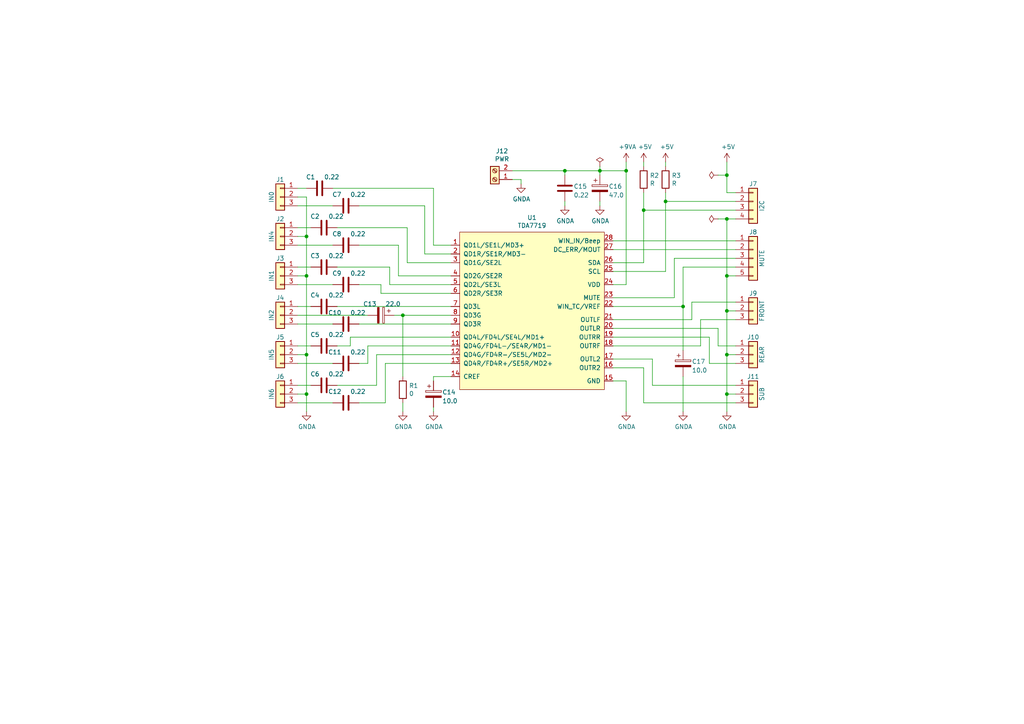
<source format=kicad_sch>
(kicad_sch (version 20230121) (generator eeschema)
  (paper "A4")
  (lib_symbols
    (symbol "Connector:Screw_Terminal_01x02" (pin_names (offset 1.016) hide)
      (property "Reference" "J" (at 0 2.54 0))
      (property "Value" "Screw_Terminal_01x02" (at 0 -5.08 0))
      (symbol "Screw_Terminal_01x02_1_1"
        (rectangle (start -1.27 1.27) (end 1.27 -3.81) (stroke (width 0.254)) (fill (type background)))
        (circle (center 0 -2.54) (radius 0.635) (stroke (width 0.1524)))
        (polyline (pts (xy -0.5334 -2.2098) (xy 0.3302 -3.048)) (stroke (width 0.1524)))
        (polyline (pts (xy -0.5334 0.3302) (xy 0.3302 -0.508)) (stroke (width 0.1524)))
        (polyline (pts (xy -0.3556 -2.032) (xy 0.508 -2.8702)) (stroke (width 0.1524)))
        (polyline (pts (xy -0.3556 0.508) (xy 0.508 -0.3302)) (stroke (width 0.1524)))
        (circle (center 0 0) (radius 0.635) (stroke (width 0.1524)))
        (pin passive line (at -5.08 0 0) (length 3.81) (name "Pin_1") (number "1"))
        (pin passive line (at -5.08 -2.54 0) (length 3.81) (name "Pin_2") (number "2"))
      )
    )
    (symbol "Connector_Generic:Conn_01x03" (pin_names (offset 1.016) hide)
      (property "Reference" "J" (at 0 5.08 0))
      (property "Value" "Conn_01x03" (at 0 -5.08 0))
      (symbol "Conn_01x03_1_1"
        (rectangle (start -1.27 -2.413) (end 0 -2.667) (stroke (width 0.1524)))
        (rectangle (start -1.27 0.127) (end 0 -0.127) (stroke (width 0.1524)))
        (rectangle (start -1.27 2.667) (end 0 2.413) (stroke (width 0.1524)))
        (rectangle (start -1.27 3.81) (end 1.27 -3.81) (stroke (width 0.254)) (fill (type background)))
        (pin passive line (at -5.08 2.54 0) (length 3.81) (name "Pin_1") (number "1"))
        (pin passive line (at -5.08 0 0) (length 3.81) (name "Pin_2") (number "2"))
        (pin passive line (at -5.08 -2.54 0) (length 3.81) (name "Pin_3") (number "3"))
      )
    )
    (symbol "Connector_Generic:Conn_01x04" (pin_names (offset 1.016) hide)
      (property "Reference" "J" (at 0 5.08 0))
      (property "Value" "Conn_01x04" (at 0 -7.62 0))
      (symbol "Conn_01x04_1_1"
        (rectangle (start -1.27 -4.953) (end 0 -5.207) (stroke (width 0.1524)))
        (rectangle (start -1.27 -2.413) (end 0 -2.667) (stroke (width 0.1524)))
        (rectangle (start -1.27 0.127) (end 0 -0.127) (stroke (width 0.1524)))
        (rectangle (start -1.27 2.667) (end 0 2.413) (stroke (width 0.1524)))
        (rectangle (start -1.27 3.81) (end 1.27 -6.35) (stroke (width 0.254)) (fill (type background)))
        (pin passive line (at -5.08 2.54 0) (length 3.81) (name "Pin_1") (number "1"))
        (pin passive line (at -5.08 0 0) (length 3.81) (name "Pin_2") (number "2"))
        (pin passive line (at -5.08 -2.54 0) (length 3.81) (name "Pin_3") (number "3"))
        (pin passive line (at -5.08 -5.08 0) (length 3.81) (name "Pin_4") (number "4"))
      )
    )
    (symbol "Connector_Generic:Conn_01x05" (pin_names (offset 1.016) hide)
      (property "Reference" "J" (at 0 7.62 0))
      (property "Value" "Conn_01x05" (at 0 -7.62 0))
      (symbol "Conn_01x05_1_1"
        (rectangle (start -1.27 -4.953) (end 0 -5.207) (stroke (width 0.1524)))
        (rectangle (start -1.27 -2.413) (end 0 -2.667) (stroke (width 0.1524)))
        (rectangle (start -1.27 0.127) (end 0 -0.127) (stroke (width 0.1524)))
        (rectangle (start -1.27 2.667) (end 0 2.413) (stroke (width 0.1524)))
        (rectangle (start -1.27 5.207) (end 0 4.953) (stroke (width 0.1524)))
        (rectangle (start -1.27 6.35) (end 1.27 -6.35) (stroke (width 0.254)) (fill (type background)))
        (pin passive line (at -5.08 5.08 0) (length 3.81) (name "Pin_1") (number "1"))
        (pin passive line (at -5.08 2.54 0) (length 3.81) (name "Pin_2") (number "2"))
        (pin passive line (at -5.08 0 0) (length 3.81) (name "Pin_3") (number "3"))
        (pin passive line (at -5.08 -2.54 0) (length 3.81) (name "Pin_4") (number "4"))
        (pin passive line (at -5.08 -5.08 0) (length 3.81) (name "Pin_5") (number "5"))
      )
    )
    (symbol "Device:C" (pin_numbers hide) (pin_names (offset 0.254))
      (property "Reference" "C" (at 0.635 2.54 0))
      (property "Value" "C" (at 0.635 -2.54 0))
      (symbol "C_0_1"
        (polyline (pts (xy -2.032 -0.762) (xy 2.032 -0.762)) (stroke (width 0.508)))
        (polyline (pts (xy -2.032 0.762) (xy 2.032 0.762)) (stroke (width 0.508)))
      )
      (symbol "C_1_1"
        (pin passive line (at 0 3.81 270) (length 2.794) (name "~") (number "1"))
        (pin passive line (at 0 -3.81 90) (length 2.794) (name "~") (number "2"))
      )
    )
    (symbol "Device:C_Polarized" (pin_numbers hide) (pin_names (offset 0.254))
      (property "Reference" "C" (at 0.635 2.54 0))
      (property "Value" "C_Polarized" (at 0.635 -2.54 0))
      (symbol "C_Polarized_0_1"
        (rectangle (start -2.286 0.508) (end 2.286 1.016))
        (polyline (pts (xy -1.778 2.286) (xy -0.762 2.286)))
        (polyline (pts (xy -1.27 2.794) (xy -1.27 1.778)))
        (rectangle (start 2.286 -0.508) (end -2.286 -1.016) (fill (type outline)))
      )
      (symbol "C_Polarized_1_1"
        (pin passive line (at 0 3.81 270) (length 2.794) (name "~") (number "1"))
        (pin passive line (at 0 -3.81 90) (length 2.794) (name "~") (number "2"))
      )
    )
    (symbol "Device:R" (pin_numbers hide) (pin_names (offset 0))
      (property "Reference" "R" (at 2.032 0 90))
      (property "Value" "R" (at 0 0 90))
      (symbol "R_0_1"
        (rectangle (start -1.016 -2.54) (end 1.016 2.54) (stroke (width 0.254)))
      )
      (symbol "R_1_1"
        (pin passive line (at 0 3.81 270) (length 1.27) (name "~") (number "1"))
        (pin passive line (at 0 -3.81 90) (length 1.27) (name "~") (number "2"))
      )
    )
    (symbol "ampcontrol-f103:TDA7719" (pin_names (offset 1.016))
      (property "Reference" "U" (at 50.8 19.05 0))
      (property "Value" "TDA7719" (at 0 1.27 0))
      (symbol "TDA7719_0_1"
        (rectangle (start -21.59 24.13) (end 20.32 -21.59) (fill (type background)))
      )
      (symbol "TDA7719_1_1"
        (pin input line (at -24.13 20.32 0) (length 2.54) (name "QD1L/SE1L/MD3+") (number "1"))
        (pin input line (at -24.13 -6.35 0) (length 2.54) (name "QD4L/FD4L/SE4L/MD1+") (number "10"))
        (pin input line (at -24.13 -8.89 0) (length 2.54) (name "QD4G/FD4L-/SE4R/MD1-") (number "11"))
        (pin input line (at -24.13 -11.43 0) (length 2.54) (name "QD4G/FD4R-/SE5L/MD2-") (number "12"))
        (pin input line (at -24.13 -13.97 0) (length 2.54) (name "QD4R/FD4R+/SE5R/MD2+") (number "13"))
        (pin output line (at -24.13 -17.78 0) (length 2.54) (name "CREF") (number "14"))
        (pin power_in line (at 22.86 -19.05 180) (length 2.54) (name "GND") (number "15"))
        (pin output line (at 22.86 -15.24 180) (length 2.54) (name "OUTR2") (number "16"))
        (pin output line (at 22.86 -12.7 180) (length 2.54) (name "OUTL2") (number "17"))
        (pin output line (at 22.86 -8.89 180) (length 2.54) (name "OUTRF") (number "18"))
        (pin output line (at 22.86 -6.35 180) (length 2.54) (name "OUTRR") (number "19"))
        (pin input line (at -24.13 17.78 0) (length 2.54) (name "QD1R/SE1R/MD3-") (number "2"))
        (pin output line (at 22.86 -3.81 180) (length 2.54) (name "OUTLR") (number "20"))
        (pin output line (at 22.86 -1.27 180) (length 2.54) (name "OUTLF") (number "21"))
        (pin output line (at 22.86 2.54 180) (length 2.54) (name "WIN_TC/VREF") (number "22"))
        (pin passive line (at 22.86 5.08 180) (length 2.54) (name "MUTE") (number "23"))
        (pin power_in line (at 22.86 8.89 180) (length 2.54) (name "VDD") (number "24"))
        (pin open_collector line (at 22.86 12.7 180) (length 2.54) (name "SCL") (number "25"))
        (pin open_collector line (at 22.86 15.24 180) (length 2.54) (name "SDA") (number "26"))
        (pin output line (at 22.86 19.05 180) (length 2.54) (name "DC_ERR/MOUT") (number "27"))
        (pin input line (at 22.86 21.59 180) (length 2.54) (name "WIN_IN/Beep") (number "28"))
        (pin input line (at -24.13 15.24 0) (length 2.54) (name "QD1G/SE2L") (number "3"))
        (pin input line (at -24.13 11.43 0) (length 2.54) (name "QD2G/SE2R") (number "4"))
        (pin input line (at -24.13 8.89 0) (length 2.54) (name "QD2L/SE3L") (number "5"))
        (pin input line (at -24.13 6.35 0) (length 2.54) (name "QD2R/SE3R") (number "6"))
        (pin input line (at -24.13 2.54 0) (length 2.54) (name "QD3L") (number "7"))
        (pin input line (at -24.13 0 0) (length 2.54) (name "QD3G") (number "8"))
        (pin input line (at -24.13 -2.54 0) (length 2.54) (name "QD3R") (number "9"))
      )
    )
    (symbol "power:+5V" (power) (pin_names (offset 0))
      (property "Value" "+5V" (at 0 3.556 0))
      (symbol "+5V_0_1"
        (polyline (pts (xy -0.762 1.27) (xy 0 2.54)))
        (polyline (pts (xy 0 0) (xy 0 2.54)))
        (polyline (pts (xy 0 2.54) (xy 0.762 1.27)))
      )
      (symbol "+5V_1_1"
        (pin power_in line (at 0 0 90) (length 0) hide (name "+5V") (number "1"))
      )
    )
    (symbol "power:+9VA" (power) (pin_names (offset 0))
      (property "Value" "+9VA" (at 0 3.81 0))
      (symbol "+9VA_0_1"
        (polyline (pts (xy -0.762 1.27) (xy 0 2.54)))
        (polyline (pts (xy 0 0) (xy 0 2.54)))
        (polyline (pts (xy 0 2.54) (xy 0.762 1.27)))
      )
      (symbol "+9VA_1_1"
        (pin power_in line (at 0 0 90) (length 0) hide (name "+9VA") (number "1"))
      )
    )
    (symbol "power:GNDA" (power) (pin_names (offset 0))
      (property "Value" "GNDA" (at 0 -3.81 0))
      (symbol "GNDA_0_1"
        (polyline (pts (xy 0 0) (xy 0 -1.27) (xy 1.27 -1.27) (xy 0 -2.54) (xy -1.27 -1.27) (xy 0 -1.27)))
      )
      (symbol "GNDA_1_1"
        (pin power_in line (at 0 0 270) (length 0) hide (name "GNDA") (number "1"))
      )
    )
    (symbol "power:PWR_FLAG" (power) (pin_numbers hide) (pin_names (offset 0) hide)
      (property "Value" "PWR_FLAG" (at 0 3.81 0))
      (symbol "PWR_FLAG_0_0"
        (pin power_out line (at 0 0 90) (length 0) (name "pwr") (number "1"))
      )
      (symbol "PWR_FLAG_0_1"
        (polyline (pts (xy 0 0) (xy 0 1.27) (xy -1.016 1.905) (xy 0 2.54) (xy 1.016 1.905) (xy 0 1.27)))
      )
    )
  )
  (junction (at 116.84 91.44))
  (junction (at 198.12 88.9))
  (junction (at 173.99 49.53))
  (junction (at 210.82 114.3))
  (junction (at 88.9 102.87))
  (junction (at 210.82 50.8))
  (junction (at 163.83 49.53))
  (junction (at 181.61 49.53))
  (junction (at 193.04 58.42))
  (junction (at 210.82 102.87))
  (junction (at 88.9 68.58))
  (junction (at 88.9 114.3))
  (junction (at 210.82 80.01))
  (junction (at 210.82 90.17))
  (junction (at 88.9 80.01))
  (junction (at 186.69 60.96))
  (junction (at 210.82 63.5))
  (wire (pts (xy 213.36 90.17) (xy 210.82 90.17)))
  (wire (pts (xy 86.36 57.15) (xy 88.9 57.15)))
  (wire (pts (xy 116.84 91.44) (xy 114.3 91.44)))
  (wire (pts (xy 210.82 80.01) (xy 210.82 90.17)))
  (wire (pts (xy 125.73 119.38) (xy 125.73 118.11)))
  (wire (pts (xy 86.36 116.84) (xy 96.52 116.84)))
  (wire (pts (xy 213.36 102.87) (xy 210.82 102.87)))
  (wire (pts (xy 101.6 100.33) (xy 101.6 97.79)))
  (wire (pts (xy 109.22 111.76) (xy 109.22 102.87)))
  (wire (pts (xy 186.69 116.84) (xy 186.69 106.68)))
  (wire (pts (xy 123.19 59.69) (xy 123.19 73.66)))
  (wire (pts (xy 198.12 77.47) (xy 213.36 77.47)))
  (wire (pts (xy 96.52 82.55) (xy 86.36 82.55)))
  (wire (pts (xy 193.04 58.42) (xy 193.04 78.74)))
  (wire (pts (xy 177.8 97.79) (xy 205.74 97.79)))
  (wire (pts (xy 177.8 92.71) (xy 200.66 92.71)))
  (wire (pts (xy 163.83 49.53) (xy 163.83 50.8)))
  (wire (pts (xy 101.6 97.79) (xy 130.81 97.79)))
  (wire (pts (xy 86.36 111.76) (xy 90.17 111.76)))
  (wire (pts (xy 97.79 66.04) (xy 118.11 66.04)))
  (wire (pts (xy 189.23 111.76) (xy 213.36 111.76)))
  (wire (pts (xy 173.99 48.26) (xy 173.99 49.53)))
  (wire (pts (xy 96.52 54.61) (xy 125.73 54.61)))
  (wire (pts (xy 88.9 68.58) (xy 86.36 68.58)))
  (wire (pts (xy 88.9 102.87) (xy 88.9 114.3)))
  (wire (pts (xy 86.36 88.9) (xy 90.17 88.9)))
  (wire (pts (xy 173.99 49.53) (xy 163.83 49.53)))
  (wire (pts (xy 116.84 119.38) (xy 116.84 116.84)))
  (wire (pts (xy 186.69 48.26) (xy 186.69 46.99)))
  (wire (pts (xy 111.76 116.84) (xy 111.76 105.41)))
  (wire (pts (xy 88.9 119.38) (xy 88.9 114.3)))
  (wire (pts (xy 177.8 104.14) (xy 189.23 104.14)))
  (wire (pts (xy 123.19 73.66) (xy 130.81 73.66)))
  (wire (pts (xy 195.58 74.93) (xy 213.36 74.93)))
  (wire (pts (xy 88.9 80.01) (xy 88.9 102.87)))
  (wire (pts (xy 88.9 80.01) (xy 86.36 80.01)))
  (wire (pts (xy 200.66 87.63) (xy 213.36 87.63)))
  (wire (pts (xy 116.84 109.22) (xy 116.84 91.44)))
  (wire (pts (xy 130.81 93.98) (xy 104.14 93.98)))
  (wire (pts (xy 110.49 82.55) (xy 104.14 82.55)))
  (wire (pts (xy 163.83 58.42) (xy 163.83 59.69)))
  (wire (pts (xy 104.14 71.12) (xy 115.57 71.12)))
  (wire (pts (xy 97.79 111.76) (xy 109.22 111.76)))
  (wire (pts (xy 104.14 116.84) (xy 111.76 116.84)))
  (wire (pts (xy 125.73 71.12) (xy 130.81 71.12)))
  (wire (pts (xy 97.79 100.33) (xy 101.6 100.33)))
  (wire (pts (xy 115.57 80.01) (xy 130.81 80.01)))
  (wire (pts (xy 195.58 86.36) (xy 195.58 74.93)))
  (wire (pts (xy 96.52 93.98) (xy 86.36 93.98)))
  (wire (pts (xy 213.36 63.5) (xy 210.82 63.5)))
  (wire (pts (xy 173.99 49.53) (xy 173.99 50.8)))
  (wire (pts (xy 104.14 105.41) (xy 106.68 105.41)))
  (wire (pts (xy 203.2 92.71) (xy 203.2 100.33)))
  (wire (pts (xy 97.79 88.9) (xy 130.81 88.9)))
  (wire (pts (xy 118.11 66.04) (xy 118.11 76.2)))
  (wire (pts (xy 125.73 54.61) (xy 125.73 71.12)))
  (wire (pts (xy 86.36 66.04) (xy 90.17 66.04)))
  (wire (pts (xy 86.36 100.33) (xy 90.17 100.33)))
  (wire (pts (xy 198.12 109.22) (xy 198.12 119.38)))
  (wire (pts (xy 86.36 59.69) (xy 96.52 59.69)))
  (wire (pts (xy 208.28 95.25) (xy 208.28 100.33)))
  (wire (pts (xy 213.36 114.3) (xy 210.82 114.3)))
  (wire (pts (xy 205.74 105.41) (xy 213.36 105.41)))
  (wire (pts (xy 213.36 116.84) (xy 186.69 116.84)))
  (wire (pts (xy 210.82 90.17) (xy 210.82 102.87)))
  (wire (pts (xy 113.03 77.47) (xy 113.03 82.55)))
  (wire (pts (xy 186.69 60.96) (xy 186.69 76.2)))
  (wire (pts (xy 198.12 77.47) (xy 198.12 88.9)))
  (wire (pts (xy 125.73 109.22) (xy 125.73 110.49)))
  (wire (pts (xy 177.8 69.85) (xy 213.36 69.85)))
  (wire (pts (xy 198.12 101.6) (xy 198.12 88.9)))
  (wire (pts (xy 177.8 95.25) (xy 208.28 95.25)))
  (wire (pts (xy 210.82 114.3) (xy 210.82 119.38)))
  (wire (pts (xy 186.69 106.68) (xy 177.8 106.68)))
  (wire (pts (xy 86.36 105.41) (xy 96.52 105.41)))
  (wire (pts (xy 88.9 68.58) (xy 88.9 80.01)))
  (wire (pts (xy 181.61 49.53) (xy 181.61 46.99)))
  (wire (pts (xy 208.28 63.5) (xy 210.82 63.5)))
  (wire (pts (xy 173.99 59.69) (xy 173.99 58.42)))
  (wire (pts (xy 88.9 102.87) (xy 86.36 102.87)))
  (wire (pts (xy 130.81 91.44) (xy 116.84 91.44)))
  (wire (pts (xy 181.61 110.49) (xy 177.8 110.49)))
  (wire (pts (xy 88.9 57.15) (xy 88.9 68.58)))
  (wire (pts (xy 210.82 63.5) (xy 210.82 80.01)))
  (wire (pts (xy 113.03 82.55) (xy 130.81 82.55)))
  (wire (pts (xy 189.23 104.14) (xy 189.23 111.76)))
  (wire (pts (xy 200.66 92.71) (xy 200.66 87.63)))
  (wire (pts (xy 110.49 85.09) (xy 130.81 85.09)))
  (wire (pts (xy 208.28 100.33) (xy 213.36 100.33)))
  (wire (pts (xy 110.49 85.09) (xy 110.49 82.55)))
  (wire (pts (xy 210.82 55.88) (xy 213.36 55.88)))
  (wire (pts (xy 118.11 76.2) (xy 130.81 76.2)))
  (wire (pts (xy 210.82 102.87) (xy 210.82 114.3)))
  (wire (pts (xy 130.81 109.22) (xy 125.73 109.22)))
  (wire (pts (xy 210.82 50.8) (xy 208.28 50.8)))
  (wire (pts (xy 193.04 78.74) (xy 177.8 78.74)))
  (wire (pts (xy 181.61 119.38) (xy 181.61 110.49)))
  (wire (pts (xy 86.36 71.12) (xy 96.52 71.12)))
  (wire (pts (xy 203.2 100.33) (xy 177.8 100.33)))
  (wire (pts (xy 106.68 100.33) (xy 130.81 100.33)))
  (wire (pts (xy 210.82 46.99) (xy 210.82 50.8)))
  (wire (pts (xy 213.36 72.39) (xy 177.8 72.39)))
  (wire (pts (xy 186.69 60.96) (xy 213.36 60.96)))
  (wire (pts (xy 106.68 91.44) (xy 86.36 91.44)))
  (wire (pts (xy 104.14 59.69) (xy 123.19 59.69)))
  (wire (pts (xy 106.68 105.41) (xy 106.68 100.33)))
  (wire (pts (xy 193.04 46.99) (xy 193.04 48.26)))
  (wire (pts (xy 186.69 76.2) (xy 177.8 76.2)))
  (wire (pts (xy 111.76 105.41) (xy 130.81 105.41)))
  (wire (pts (xy 193.04 55.88) (xy 193.04 58.42)))
  (wire (pts (xy 181.61 82.55) (xy 181.61 49.53)))
  (wire (pts (xy 205.74 97.79) (xy 205.74 105.41)))
  (wire (pts (xy 213.36 80.01) (xy 210.82 80.01)))
  (wire (pts (xy 193.04 58.42) (xy 213.36 58.42)))
  (wire (pts (xy 97.79 77.47) (xy 113.03 77.47)))
  (wire (pts (xy 210.82 50.8) (xy 210.82 55.88)))
  (wire (pts (xy 148.59 49.53) (xy 163.83 49.53)))
  (wire (pts (xy 186.69 55.88) (xy 186.69 60.96)))
  (wire (pts (xy 88.9 114.3) (xy 86.36 114.3)))
  (wire (pts (xy 177.8 82.55) (xy 181.61 82.55)))
  (wire (pts (xy 177.8 86.36) (xy 195.58 86.36)))
  (wire (pts (xy 115.57 71.12) (xy 115.57 80.01)))
  (wire (pts (xy 148.59 52.07) (xy 151.13 52.07)))
  (wire (pts (xy 213.36 92.71) (xy 203.2 92.71)))
  (wire (pts (xy 181.61 49.53) (xy 173.99 49.53)))
  (wire (pts (xy 151.13 52.07) (xy 151.13 53.34)))
  (wire (pts (xy 86.36 54.61) (xy 88.9 54.61)))
  (wire (pts (xy 86.36 77.47) (xy 90.17 77.47)))
  (wire (pts (xy 109.22 102.87) (xy 130.81 102.87)))
  (wire (pts (xy 177.8 88.9) (xy 198.12 88.9)))
  (symbol (lib_id "ampcontrol-f103:TDA7719") (at 154.94 91.44 0) (unit 1)
    (property "Reference" "U1" (at 154.305 63.119 0))
    (property "Value" "TDA7719" (at 154.305 65.4304 0))
    (property "Footprint" "Package_SO:TSSOP-28_4.4x9.7mm_P0.65mm" (effects hide))
  )
  (symbol (lib_id "Connector_Generic:Conn_01x03") (at 81.28 57.15 0) (mirror y) (unit 1)
    (property "Reference" "J1" (at 81.28 52.07 0))
    (property "Value" "IN0" (at 78.74 57.15 90))
    (property "Footprint" "Connector_PinHeader_2.54mm:PinHeader_1x03_P2.54mm_Vertical" (effects hide))
  )
  (symbol (lib_id "Connector_Generic:Conn_01x03") (at 81.28 68.58 0) (mirror y) (unit 1)
    (property "Reference" "J2" (at 81.28 63.5 0))
    (property "Value" "IN4" (at 78.74 68.58 90))
    (property "Footprint" "Connector_PinHeader_2.54mm:PinHeader_1x03_P2.54mm_Vertical" (effects hide))
  )
  (symbol (lib_id "Connector_Generic:Conn_01x03") (at 81.28 80.01 0) (mirror y) (unit 1)
    (property "Reference" "J3" (at 81.28 74.93 0))
    (property "Value" "IN1" (at 78.74 80.01 90))
    (property "Footprint" "Connector_PinHeader_2.54mm:PinHeader_1x03_P2.54mm_Vertical" (effects hide))
  )
  (symbol (lib_id "Connector_Generic:Conn_01x03") (at 81.28 91.44 0) (mirror y) (unit 1)
    (property "Reference" "J4" (at 81.28 86.36 0))
    (property "Value" "IN2" (at 78.74 91.44 90))
    (property "Footprint" "Connector_PinHeader_2.54mm:PinHeader_1x03_P2.54mm_Vertical" (effects hide))
  )
  (symbol (lib_id "Connector_Generic:Conn_01x03") (at 81.28 102.87 0) (mirror y) (unit 1)
    (property "Reference" "J5" (at 81.28 97.79 0))
    (property "Value" "IN5" (at 78.74 102.87 90))
    (property "Footprint" "Connector_PinHeader_2.54mm:PinHeader_1x03_P2.54mm_Vertical" (effects hide))
  )
  (symbol (lib_id "Connector_Generic:Conn_01x03") (at 81.28 114.3 0) (mirror y) (unit 1)
    (property "Reference" "J6" (at 81.28 109.22 0))
    (property "Value" "IN6" (at 78.74 114.3 90))
    (property "Footprint" "Connector_PinHeader_2.54mm:PinHeader_1x03_P2.54mm_Vertical" (effects hide))
  )
  (symbol (lib_id "power:GNDA") (at 88.9 119.38 0) (unit 1)
    (property "Reference" "#PWR01" (effects hide))
    (property "Value" "GNDA" (at 89.027 123.7742 0))
  )
  (symbol (lib_id "power:GNDA") (at 116.84 119.38 0) (unit 1)
    (property "Reference" "#PWR02" (effects hide))
    (property "Value" "GNDA" (at 116.967 123.7742 0))
  )
  (symbol (lib_id "Device:R") (at 116.84 113.03 0) (unit 1)
    (property "Reference" "R1" (at 118.618 111.8616 0) (effects (justify left)))
    (property "Value" "0" (at 118.618 114.173 0) (effects (justify left)))
    (property "Footprint" "Resistor_SMD:R_1206_3216Metric_Pad1.42x1.75mm_HandSolder" (effects hide))
  )
  (symbol (lib_id "power:GNDA") (at 125.73 119.38 0) (unit 1)
    (property "Reference" "#PWR03" (effects hide))
    (property "Value" "GNDA" (at 125.857 123.7742 0))
  )
  (symbol (lib_id "Connector_Generic:Conn_01x04") (at 218.44 58.42 0) (unit 1)
    (property "Reference" "J7" (at 218.44 53.34 0))
    (property "Value" "I2C" (at 220.98 59.69 90))
    (property "Footprint" "Connector_PinHeader_2.54mm:PinHeader_1x04_P2.54mm_Vertical" (effects hide))
  )
  (symbol (lib_id "power:GNDA") (at 181.61 119.38 0) (unit 1)
    (property "Reference" "#PWR07" (effects hide))
    (property "Value" "GNDA" (at 181.737 123.7742 0))
  )
  (symbol (lib_id "Device:C_Polarized") (at 125.73 114.3 0) (unit 1)
    (property "Reference" "C14" (at 128.27 113.03 0) (effects (justify left top)))
    (property "Value" "10.0" (at 128.27 115.57 0) (effects (justify left top)))
    (property "Footprint" "Capacitor_THT:CP_Radial_D5.0mm_P2.50mm" (effects hide))
  )
  (symbol (lib_id "power:+5V") (at 210.82 46.99 0) (unit 1)
    (property "Reference" "#PWR011" (effects hide))
    (property "Value" "+5V" (at 211.201 42.5958 0))
  )
  (symbol (lib_id "power:GNDA") (at 210.82 119.38 0) (unit 1)
    (property "Reference" "#PWR012" (effects hide))
    (property "Value" "GNDA" (at 210.947 123.7742 0))
  )
  (symbol (lib_id "Connector_Generic:Conn_01x03") (at 218.44 114.3 0) (unit 1)
    (property "Reference" "J11" (at 218.44 109.22 0))
    (property "Value" "SUB" (at 220.98 114.3 90))
    (property "Footprint" "Connector_PinHeader_2.54mm:PinHeader_1x03_P2.54mm_Vertical" (effects hide))
  )
  (symbol (lib_id "power:+9VA") (at 181.61 46.99 0) (unit 1)
    (property "Reference" "#PWR06" (effects hide))
    (property "Value" "+9VA" (at 181.991 42.5958 0))
  )
  (symbol (lib_id "Device:R") (at 186.69 52.07 0) (unit 1)
    (property "Reference" "R2" (at 188.468 50.9016 0) (effects (justify left)))
    (property "Value" "R" (at 188.468 53.213 0) (effects (justify left)))
    (property "Footprint" "Resistor_SMD:R_1206_3216Metric_Pad1.42x1.75mm_HandSolder" (effects hide))
  )
  (symbol (lib_id "Device:R") (at 193.04 52.07 0) (unit 1)
    (property "Reference" "R3" (at 194.818 50.9016 0) (effects (justify left)))
    (property "Value" "R" (at 194.818 53.213 0) (effects (justify left)))
    (property "Footprint" "Resistor_SMD:R_1206_3216Metric_Pad1.42x1.75mm_HandSolder" (effects hide))
  )
  (symbol (lib_id "power:+5V") (at 186.69 46.99 0) (unit 1)
    (property "Reference" "#PWR08" (effects hide))
    (property "Value" "+5V" (at 187.071 42.5958 0))
  )
  (symbol (lib_id "power:+5V") (at 193.04 46.99 0) (unit 1)
    (property "Reference" "#PWR09" (effects hide))
    (property "Value" "+5V" (at 193.421 42.5958 0))
  )
  (symbol (lib_id "Device:C_Polarized") (at 198.12 105.41 0) (unit 1)
    (property "Reference" "C17" (at 200.66 104.14 0) (effects (justify left top)))
    (property "Value" "10.0" (at 200.66 106.68 0) (effects (justify left top)))
    (property "Footprint" "Capacitor_THT:CP_Radial_D5.0mm_P2.50mm" (effects hide))
  )
  (symbol (lib_id "Connector_Generic:Conn_01x05") (at 218.44 74.93 0) (unit 1)
    (property "Reference" "J8" (at 218.44 67.31 0))
    (property "Value" "MUTE" (at 220.98 74.93 90))
    (property "Footprint" "Connector_PinHeader_2.54mm:PinHeader_1x05_P2.54mm_Vertical" (effects hide))
  )
  (symbol (lib_id "power:GNDA") (at 198.12 119.38 0) (unit 1)
    (property "Reference" "#PWR010" (effects hide))
    (property "Value" "GNDA" (at 198.247 123.7742 0))
  )
  (symbol (lib_id "Connector_Generic:Conn_01x03") (at 218.44 90.17 0) (unit 1)
    (property "Reference" "J9" (at 218.44 85.09 0))
    (property "Value" "FRONT" (at 220.98 90.17 90))
    (property "Footprint" "Connector_PinHeader_2.54mm:PinHeader_1x03_P2.54mm_Vertical" (effects hide))
  )
  (symbol (lib_id "Connector_Generic:Conn_01x03") (at 218.44 102.87 0) (unit 1)
    (property "Reference" "J10" (at 218.44 97.79 0))
    (property "Value" "REAR" (at 220.98 102.87 90))
    (property "Footprint" "Connector_PinHeader_2.54mm:PinHeader_1x03_P2.54mm_Vertical" (effects hide))
  )
  (symbol (lib_id "power:PWR_FLAG") (at 173.99 48.26 0) (unit 1)
    (property "Reference" "#FLG01" (effects hide))
    (property "Value" "PWR_FLAG" (effects hide))
  )
  (symbol (lib_id "power:PWR_FLAG") (at 208.28 50.8 90) (unit 1)
    (property "Reference" "#FLG02" (effects hide))
    (property "Value" "PWR_FLAG" (effects hide))
  )
  (symbol (lib_id "power:PWR_FLAG") (at 208.28 63.5 90) (unit 1)
    (property "Reference" "#FLG03" (effects hide))
    (property "Value" "PWR_FLAG" (effects hide))
  )
  (symbol (lib_id "Connector:Screw_Terminal_01x02") (at 143.51 52.07 180) (unit 1)
    (property "Reference" "J12" (at 145.5928 43.815 0))
    (property "Value" "PWR" (at 145.5928 46.1264 0))
    (property "Footprint" "TerminalBlock_Phoenix:TerminalBlock_Phoenix_MKDS-1,5-2-5.08_1x02_P5.08mm_Horizontal" (effects hide))
  )
  (symbol (lib_id "power:GNDA") (at 151.13 53.34 0) (unit 1)
    (property "Reference" "#PWR0101" (effects hide))
    (property "Value" "GNDA" (at 151.257 57.7342 0))
  )
  (symbol (lib_id "Device:C") (at 92.71 54.61 270) (unit 1)
    (property "Reference" "C1" (at 91.44 52.07 90) (effects (justify right bottom)))
    (property "Value" "0.22" (at 93.98 52.07 90) (effects (justify left bottom)))
    (property "Footprint" "Capacitor_SMD:C_1206_3216Metric_Pad1.42x1.75mm_HandSolder" (effects hide))
  )
  (symbol (lib_id "Device:C") (at 100.33 59.69 270) (unit 1)
    (property "Reference" "C7" (at 99.06 57.15 90) (effects (justify right bottom)))
    (property "Value" "0.22" (at 101.6 57.15 90) (effects (justify left bottom)))
    (property "Footprint" "Capacitor_SMD:C_1206_3216Metric_Pad1.42x1.75mm_HandSolder" (effects hide))
  )
  (symbol (lib_id "Device:C") (at 93.98 66.04 270) (unit 1)
    (property "Reference" "C2" (at 92.71 63.5 90) (effects (justify right bottom)))
    (property "Value" "0.22" (at 95.25 63.5 90) (effects (justify left bottom)))
    (property "Footprint" "Capacitor_SMD:C_1206_3216Metric_Pad1.42x1.75mm_HandSolder" (effects hide))
  )
  (symbol (lib_id "Device:C") (at 100.33 71.12 270) (unit 1)
    (property "Reference" "C8" (at 99.06 68.58 90) (effects (justify right bottom)))
    (property "Value" "0.22" (at 101.6 68.58 90) (effects (justify left bottom)))
    (property "Footprint" "Capacitor_SMD:C_1206_3216Metric_Pad1.42x1.75mm_HandSolder" (effects hide))
  )
  (symbol (lib_id "Device:C") (at 93.98 77.47 270) (unit 1)
    (property "Reference" "C3" (at 92.71 74.93 90) (effects (justify right bottom)))
    (property "Value" "0.22" (at 95.25 74.93 90) (effects (justify left bottom)))
    (property "Footprint" "Capacitor_SMD:C_1206_3216Metric_Pad1.42x1.75mm_HandSolder" (effects hide))
  )
  (symbol (lib_id "Device:C") (at 100.33 82.55 270) (unit 1)
    (property "Reference" "C9" (at 99.06 80.01 90) (effects (justify right bottom)))
    (property "Value" "0.22" (at 101.6 80.01 90) (effects (justify left bottom)))
    (property "Footprint" "Capacitor_SMD:C_1206_3216Metric_Pad1.42x1.75mm_HandSolder" (effects hide))
  )
  (symbol (lib_id "Device:C") (at 93.98 88.9 270) (unit 1)
    (property "Reference" "C4" (at 92.71 86.36 90) (effects (justify right bottom)))
    (property "Value" "0.22" (at 95.25 86.36 90) (effects (justify left bottom)))
    (property "Footprint" "Capacitor_SMD:C_1206_3216Metric_Pad1.42x1.75mm_HandSolder" (effects hide))
  )
  (symbol (lib_id "Device:C") (at 100.33 93.98 270) (unit 1)
    (property "Reference" "C10" (at 99.06 91.44 90) (effects (justify right bottom)))
    (property "Value" "0.22" (at 101.6 91.44 90) (effects (justify left bottom)))
    (property "Footprint" "Capacitor_SMD:C_1206_3216Metric_Pad1.42x1.75mm_HandSolder" (effects hide))
  )
  (symbol (lib_id "Device:C_Polarized") (at 110.49 91.44 270) (unit 1)
    (property "Reference" "C13" (at 109.22 88.9 90) (effects (justify right bottom)))
    (property "Value" "22.0" (at 111.76 88.9 90) (effects (justify left bottom)))
    (property "Footprint" "Capacitor_THT:CP_Radial_D5.0mm_P2.50mm" (effects hide))
  )
  (symbol (lib_id "Device:C_Polarized") (at 173.99 54.61 0) (unit 1)
    (property "Reference" "C16" (at 176.53 53.34 0) (effects (justify left top)))
    (property "Value" "47.0" (at 176.53 55.88 0) (effects (justify left top)))
    (property "Footprint" "Capacitor_THT:CP_Radial_D5.0mm_P2.50mm" (effects hide))
  )
  (symbol (lib_id "power:GNDA") (at 173.99 59.69 0) (unit 1)
    (property "Reference" "#PWR05" (effects hide))
    (property "Value" "GNDA" (at 174.117 64.0842 0))
  )
  (symbol (lib_id "Device:C") (at 163.83 54.61 180) (unit 1)
    (property "Reference" "C15" (at 166.37 53.34 0) (effects (justify right bottom)))
    (property "Value" "0.22" (at 166.37 55.88 0) (effects (justify right bottom)))
    (property "Footprint" "Capacitor_SMD:C_1206_3216Metric_Pad1.42x1.75mm_HandSolder" (effects hide))
  )
  (symbol (lib_id "power:GNDA") (at 163.83 59.69 0) (unit 1)
    (property "Reference" "#PWR04" (effects hide))
    (property "Value" "GNDA" (at 163.957 64.0842 0))
  )
  (symbol (lib_id "Device:C") (at 93.98 100.33 270) (unit 1)
    (property "Reference" "C5" (at 92.71 97.79 90) (effects (justify right bottom)))
    (property "Value" "0.22" (at 95.25 97.79 90) (effects (justify left bottom)))
    (property "Footprint" "Capacitor_SMD:C_1206_3216Metric_Pad1.42x1.75mm_HandSolder" (effects hide))
  )
  (symbol (lib_id "Device:C") (at 100.33 105.41 270) (unit 1)
    (property "Reference" "C11" (at 99.06 102.87 90) (effects (justify right bottom)))
    (property "Value" "0.22" (at 101.6 102.87 90) (effects (justify left bottom)))
    (property "Footprint" "Capacitor_SMD:C_1206_3216Metric_Pad1.42x1.75mm_HandSolder" (effects hide))
  )
  (symbol (lib_id "Device:C") (at 93.98 111.76 270) (unit 1)
    (property "Reference" "C6" (at 92.71 109.22 90) (effects (justify right bottom)))
    (property "Value" "0.22" (at 95.25 109.22 90) (effects (justify left bottom)))
    (property "Footprint" "Capacitor_SMD:C_1206_3216Metric_Pad1.42x1.75mm_HandSolder" (effects hide))
  )
  (symbol (lib_id "Device:C") (at 100.33 116.84 270) (unit 1)
    (property "Reference" "C12" (at 99.06 114.3 90) (effects (justify right bottom)))
    (property "Value" "0.22" (at 101.6 114.3 90) (effects (justify left bottom)))
    (property "Footprint" "Capacitor_SMD:C_1206_3216Metric_Pad1.42x1.75mm_HandSolder" (effects hide))
  )
)
</source>
